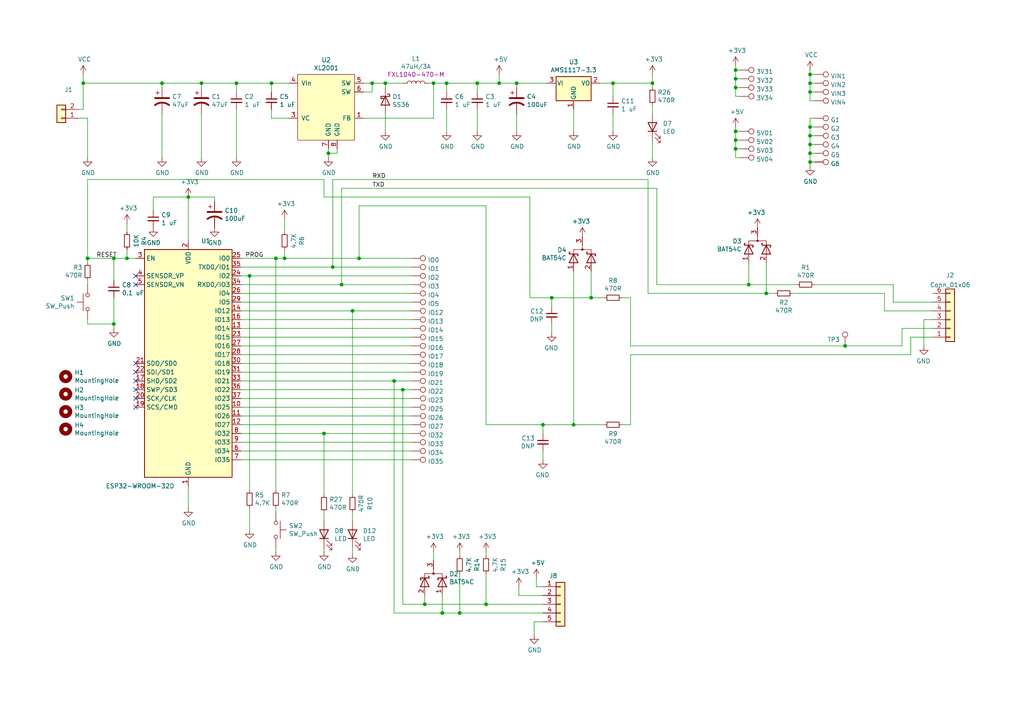
<source format=kicad_sch>
(kicad_sch (version 20211123) (generator eeschema)
  (paper "A4")
  (lib_symbols
    (symbol "Connector:TestPoint" (pin_numbers hide) (pin_names (offset 0.762) hide)
      (property "Reference" "TP" (at 0 6.858 0))
      (property "Value" "TestPoint" (at 0 5.08 0))
      (symbol "TestPoint_1_1"
        (pin passive line (at 0 0 90) (length 2.54) (name "1") (number "1"))
      )
    )
    (symbol "Connector_Generic:Conn_01x02" (pin_names (offset 1.016) hide)
      (property "Reference" "J" (at 0 2.54 0))
      (property "Value" "Conn_01x02" (at 0 -5.08 0))
      (symbol "Conn_01x02_1_1"
        (pin passive line (at -5.08 0 0) (length 3.81) (name "Pin_1") (number "1"))
        (pin passive line (at -5.08 -2.54 0) (length 3.81) (name "Pin_2") (number "2"))
      )
    )
    (symbol "Connector_Generic:Conn_01x05" (pin_names (offset 1.016) hide)
      (property "Reference" "J" (at 0 7.62 0))
      (property "Value" "Conn_01x05" (at 0 -7.62 0))
      (symbol "Conn_01x05_1_1"
        (pin passive line (at -5.08 5.08 0) (length 3.81) (name "Pin_1") (number "1"))
        (pin passive line (at -5.08 2.54 0) (length 3.81) (name "Pin_2") (number "2"))
        (pin passive line (at -5.08 0 0) (length 3.81) (name "Pin_3") (number "3"))
        (pin passive line (at -5.08 -2.54 0) (length 3.81) (name "Pin_4") (number "4"))
        (pin passive line (at -5.08 -5.08 0) (length 3.81) (name "Pin_5") (number "5"))
      )
    )
    (symbol "Connector_Generic:Conn_01x06" (pin_names (offset 1.016) hide)
      (property "Reference" "J" (at 0 7.62 0))
      (property "Value" "Conn_01x06" (at 0 -10.16 0))
      (symbol "Conn_01x06_1_1"
        (pin passive line (at -5.08 5.08 0) (length 3.81) (name "Pin_1") (number "1"))
        (pin passive line (at -5.08 2.54 0) (length 3.81) (name "Pin_2") (number "2"))
        (pin passive line (at -5.08 0 0) (length 3.81) (name "Pin_3") (number "3"))
        (pin passive line (at -5.08 -2.54 0) (length 3.81) (name "Pin_4") (number "4"))
        (pin passive line (at -5.08 -5.08 0) (length 3.81) (name "Pin_5") (number "5"))
        (pin passive line (at -5.08 -7.62 0) (length 3.81) (name "Pin_6") (number "6"))
      )
    )
    (symbol "Device:CP1" (pin_numbers hide) (pin_names (offset 0.254) hide)
      (property "Reference" "C" (at 0.635 2.54 0))
      (property "Value" "Device_CP1" (at 0.635 -2.54 0))
      (symbol "CP1_1_1"
        (pin passive line (at 0 3.81 270) (length 2.794) (name "~") (number "1"))
        (pin passive line (at 0 -3.81 90) (length 3.302) (name "~") (number "2"))
      )
    )
    (symbol "Device:C_Small" (pin_numbers hide) (pin_names (offset 0.254) hide)
      (property "Reference" "C" (at 0.254 1.778 0))
      (property "Value" "C_Small" (at 0.254 -2.032 0))
      (symbol "C_Small_1_1"
        (pin passive line (at 0 2.54 270) (length 2.032) (name "~") (number "1"))
        (pin passive line (at 0 -2.54 90) (length 2.032) (name "~") (number "2"))
      )
    )
    (symbol "Device:D_Schottky" (pin_numbers hide) (pin_names (offset 1.016) hide)
      (property "Reference" "D" (at 0 2.54 0))
      (property "Value" "D_Schottky" (at 0 -2.54 0))
      (symbol "D_Schottky_1_1"
        (pin passive line (at -3.81 0 0) (length 2.54) (name "K") (number "1"))
        (pin passive line (at 3.81 0 180) (length 2.54) (name "A") (number "2"))
      )
    )
    (symbol "Device:D_Schottky_x2_KCom_AAK_Parallel" (pin_names (offset 0.762) hide)
      (property "Reference" "D" (at 0 5.08 0))
      (property "Value" "Device_D_Schottky_x2_KCom_AAK_Parallel" (at 0 -5.08 0))
      (symbol "D_Schottky_x2_KCom_AAK_Parallel_0_1"
        (pin passive line (at -5.08 2.54 0) (length 2.54) (name "K") (number "1"))
        (pin passive line (at -5.08 -2.54 0) (length 2.54) (name "K") (number "2"))
        (pin passive line (at 5.08 0 180) (length 2.54) (name "A") (number "3"))
      )
    )
    (symbol "Device:L" (pin_numbers hide) (pin_names (offset 1.016) hide)
      (property "Reference" "L" (at -1.27 0 90))
      (property "Value" "L" (at 1.905 0 90))
      (symbol "L_1_1"
        (pin passive line (at 0 3.81 270) (length 1.27) (name "1") (number "1"))
        (pin passive line (at 0 -3.81 90) (length 1.27) (name "2") (number "2"))
      )
    )
    (symbol "Device:LED" (pin_numbers hide) (pin_names (offset 1.016) hide)
      (property "Reference" "D" (at 0 2.54 0))
      (property "Value" "LED" (at 0 -2.54 0))
      (symbol "LED_1_1"
        (pin passive line (at -3.81 0 0) (length 2.54) (name "K") (number "1"))
        (pin passive line (at 3.81 0 180) (length 2.54) (name "A") (number "2"))
      )
    )
    (symbol "Device:R_Small" (pin_numbers hide) (pin_names (offset 0.254) hide)
      (property "Reference" "R" (at 0.762 0.508 0))
      (property "Value" "R_Small" (at 0.762 -1.016 0))
      (symbol "R_Small_1_1"
        (pin passive line (at 0 2.54 270) (length 0.762) (name "~") (number "1"))
        (pin passive line (at 0 -2.54 90) (length 0.762) (name "~") (number "2"))
      )
    )
    (symbol "Mechanical:MountingHole" (pin_names (offset 1.016))
      (property "Reference" "H" (at 0 5.08 0))
      (property "Value" "MountingHole" (at 0 3.175 0))
    )
    (symbol "RF_Module:ESP32-WROOM-32D"
      (property "Reference" "U" (at -12.7 34.29 0))
      (property "Value" "RF_Module_ESP32-WROOM-32D" (at 1.27 34.29 0))
      (symbol "ESP32-WROOM-32D_1_1"
        (pin power_in line (at 0 -35.56 90) (length 2.54) (name "GND") (number "1"))
        (pin bidirectional line (at 15.24 -12.7 180) (length 2.54) (name "IO25") (number "10"))
        (pin bidirectional line (at 15.24 -15.24 180) (length 2.54) (name "IO26") (number "11"))
        (pin bidirectional line (at 15.24 -17.78 180) (length 2.54) (name "IO27") (number "12"))
        (pin bidirectional line (at 15.24 10.16 180) (length 2.54) (name "IO14") (number "13"))
        (pin bidirectional line (at 15.24 15.24 180) (length 2.54) (name "IO12") (number "14"))
        (pin passive line (at 0 -35.56 90) (length 2.54) hide (name "GND") (number "15"))
        (pin bidirectional line (at 15.24 12.7 180) (length 2.54) (name "IO13") (number "16"))
        (pin bidirectional line (at -15.24 -5.08 0) (length 2.54) (name "SHD/SD2") (number "17"))
        (pin bidirectional line (at -15.24 -7.62 0) (length 2.54) (name "SWP/SD3") (number "18"))
        (pin bidirectional line (at -15.24 -12.7 0) (length 2.54) (name "SCS/CMD") (number "19"))
        (pin power_in line (at 0 35.56 270) (length 2.54) (name "VDD") (number "2"))
        (pin bidirectional line (at -15.24 -10.16 0) (length 2.54) (name "SCK/CLK") (number "20"))
        (pin bidirectional line (at -15.24 0 0) (length 2.54) (name "SDO/SD0") (number "21"))
        (pin bidirectional line (at -15.24 -2.54 0) (length 2.54) (name "SDI/SD1") (number "22"))
        (pin bidirectional line (at 15.24 7.62 180) (length 2.54) (name "IO15") (number "23"))
        (pin bidirectional line (at 15.24 25.4 180) (length 2.54) (name "IO2") (number "24"))
        (pin bidirectional line (at 15.24 30.48 180) (length 2.54) (name "IO0") (number "25"))
        (pin bidirectional line (at 15.24 20.32 180) (length 2.54) (name "IO4") (number "26"))
        (pin bidirectional line (at 15.24 5.08 180) (length 2.54) (name "IO16") (number "27"))
        (pin bidirectional line (at 15.24 2.54 180) (length 2.54) (name "IO17") (number "28"))
        (pin bidirectional line (at 15.24 17.78 180) (length 2.54) (name "IO5") (number "29"))
        (pin input line (at -15.24 30.48 0) (length 2.54) (name "EN") (number "3"))
        (pin bidirectional line (at 15.24 0 180) (length 2.54) (name "IO18") (number "30"))
        (pin bidirectional line (at 15.24 -2.54 180) (length 2.54) (name "IO19") (number "31"))
        (pin no_connect line (at -12.7 -27.94 0) (length 2.54) hide (name "NC") (number "32"))
        (pin bidirectional line (at 15.24 -5.08 180) (length 2.54) (name "IO21") (number "33"))
        (pin bidirectional line (at 15.24 22.86 180) (length 2.54) (name "RXD0/IO3") (number "34"))
        (pin bidirectional line (at 15.24 27.94 180) (length 2.54) (name "TXD0/IO1") (number "35"))
        (pin bidirectional line (at 15.24 -7.62 180) (length 2.54) (name "IO22") (number "36"))
        (pin bidirectional line (at 15.24 -10.16 180) (length 2.54) (name "IO23") (number "37"))
        (pin passive line (at 0 -35.56 90) (length 2.54) hide (name "GND") (number "38"))
        (pin passive line (at 0 -35.56 90) (length 2.54) hide (name "GND") (number "39"))
        (pin input line (at -15.24 25.4 0) (length 2.54) (name "SENSOR_VP") (number "4"))
        (pin input line (at -15.24 22.86 0) (length 2.54) (name "SENSOR_VN") (number "5"))
        (pin input line (at 15.24 -25.4 180) (length 2.54) (name "IO34") (number "6"))
        (pin input line (at 15.24 -27.94 180) (length 2.54) (name "IO35") (number "7"))
        (pin bidirectional line (at 15.24 -20.32 180) (length 2.54) (name "IO32") (number "8"))
        (pin bidirectional line (at 15.24 -22.86 180) (length 2.54) (name "IO33") (number "9"))
      )
    )
    (symbol "Regulator_Linear:AMS1117-3.3" (pin_names (offset 0.254))
      (property "Reference" "U" (at -3.81 3.175 0))
      (property "Value" "Regulator_Linear_AMS1117-3.3" (at 0 3.175 0))
      (symbol "AMS1117-3.3_1_1"
        (pin power_in line (at 0 -7.62 90) (length 2.54) (name "GND") (number "1"))
        (pin power_out line (at 7.62 0 180) (length 2.54) (name "VO") (number "2"))
        (pin power_in line (at -7.62 0 0) (length 2.54) (name "VI") (number "3"))
      )
    )
    (symbol "Switch:SW_Push" (pin_numbers hide) (pin_names (offset 1.016) hide)
      (property "Reference" "SW" (at 1.27 2.54 0))
      (property "Value" "Switch_SW_Push" (at 0 -1.524 0))
      (symbol "SW_Push_0_1"
        (pin passive line (at -5.08 0 0) (length 2.54) (name "1") (number "1"))
        (pin passive line (at 5.08 0 180) (length 2.54) (name "2") (number "2"))
      )
    )
    (symbol "custom:XL2001" (pin_names (offset 1.016))
      (property "Reference" "U" (at -7.62 3.81 0))
      (property "Value" "XL2001" (at -1.27 -5.08 0))
      (symbol "XL2001_1_1"
        (pin input line (at 10.16 -10.16 180) (length 2.54) (name "FB") (number "1"))
        (pin input line (at -5.08 -19.05 90) (length 2.54) hide (name "NC") (number "2"))
        (pin passive line (at -11.43 -10.16 0) (length 2.54) (name "VC") (number "3"))
        (pin power_in line (at -11.43 0 0) (length 2.54) (name "VIn") (number "4"))
        (pin power_out line (at 10.16 0 180) (length 2.54) (name "SW") (number "5"))
        (pin power_out line (at 10.16 -2.54 180) (length 2.54) (name "SW") (number "6"))
        (pin power_in line (at 0 -19.05 90) (length 2.54) (name "GND") (number "7"))
        (pin power_in line (at 2.54 -19.05 90) (length 2.54) (name "GND") (number "8"))
      )
    )
    (symbol "power:+3V3" (power) (pin_names (offset 0))
      (property "Value" "+3V3" (at 0 3.556 0))
      (symbol "+3V3_1_1"
        (pin power_in line (at 0 0 90) (length 0) hide (name "+3V3") (number "1"))
      )
    )
    (symbol "power:+5V" (power) (pin_names (offset 0))
      (property "Value" "+5V" (at 0 3.556 0))
      (symbol "+5V_1_1"
        (pin power_in line (at 0 0 90) (length 0) hide (name "+5V") (number "1"))
      )
    )
    (symbol "power:GND" (power) (pin_names (offset 0))
      (property "Value" "GND" (at 0 -3.81 0))
      (symbol "GND_1_1"
        (pin power_in line (at 0 0 270) (length 0) hide (name "GND") (number "1"))
      )
    )
    (symbol "power:VCC" (power) (pin_names (offset 0))
      (property "Value" "VCC" (at 0 3.81 0))
      (symbol "VCC_1_1"
        (pin power_in line (at 0 0 90) (length 0) hide (name "VCC") (number "1"))
      )
    )
  )
  (junction (at 46.99 24.13))
  (junction (at 234.95 39.37))
  (junction (at 93.98 125.73))
  (junction (at 213.36 38.1))
  (junction (at 133.35 177.8))
  (junction (at 116.84 113.03))
  (junction (at 68.58 24.13))
  (junction (at 72.39 80.01))
  (junction (at 189.23 24.13))
  (junction (at 245.11 100.33))
  (junction (at 213.36 43.18))
  (junction (at 166.37 123.19))
  (junction (at 123.19 175.26))
  (junction (at 80.01 74.93))
  (junction (at 111.76 24.13))
  (junction (at 157.48 123.19))
  (junction (at 107.95 24.13))
  (junction (at 36.83 74.93))
  (junction (at 234.95 46.99))
  (junction (at 234.95 26.67))
  (junction (at 58.42 24.13))
  (junction (at 128.27 177.8))
  (junction (at 54.61 57.15))
  (junction (at 144.78 24.13))
  (junction (at 24.13 24.13))
  (junction (at 33.02 74.93))
  (junction (at 234.95 44.45))
  (junction (at 140.97 175.26))
  (junction (at 33.02 93.98))
  (junction (at 114.3 110.49))
  (junction (at 129.54 24.13))
  (junction (at 171.45 86.36))
  (junction (at 213.36 40.64))
  (junction (at 95.25 44.45))
  (junction (at 234.95 21.59))
  (junction (at 149.86 24.13))
  (junction (at 213.36 20.32))
  (junction (at 125.73 24.13))
  (junction (at 78.74 24.13))
  (junction (at 160.02 86.36))
  (junction (at 213.36 22.86))
  (junction (at 234.95 24.13))
  (junction (at 222.25 85.09))
  (junction (at 102.235 90.17))
  (junction (at 217.17 82.55))
  (junction (at 234.95 41.91))
  (junction (at 99.06 82.55))
  (junction (at 234.95 36.83))
  (junction (at 96.52 77.47))
  (junction (at 104.14 74.93))
  (junction (at 138.43 24.13))
  (junction (at 213.36 25.4))
  (junction (at 177.8 24.13))
  (junction (at 82.55 74.93))
  (junction (at 25.4 74.93))
  (no_connect (at 39.37 110.49))
  (no_connect (at 39.37 107.95))
  (no_connect (at 39.37 105.41))
  (no_connect (at 39.37 118.11))
  (no_connect (at 39.37 115.57))
  (no_connect (at 39.37 82.55))
  (no_connect (at 39.37 80.01))
  (no_connect (at 39.37 113.03))
  (wire (pts (xy 36.83 64.77) (xy 36.83 67.31)))
  (wire (pts (xy 107.95 24.13) (xy 111.76 24.13)))
  (wire (pts (xy 116.84 113.03) (xy 119.38 113.03)))
  (wire (pts (xy 25.4 52.07) (xy 25.4 74.93)))
  (wire (pts (xy 69.85 115.57) (xy 119.38 115.57)))
  (wire (pts (xy 177.8 33.02) (xy 177.8 38.1)))
  (wire (pts (xy 157.48 123.19) (xy 166.37 123.19)))
  (wire (pts (xy 33.02 74.93) (xy 33.02 81.28)))
  (wire (pts (xy 114.3 177.8) (xy 128.27 177.8)))
  (wire (pts (xy 138.43 31.75) (xy 138.43 38.1)))
  (wire (pts (xy 93.98 52.07) (xy 25.4 52.07)))
  (wire (pts (xy 69.85 100.33) (xy 119.38 100.33)))
  (wire (pts (xy 104.14 74.93) (xy 119.38 74.93)))
  (wire (pts (xy 234.95 20.32) (xy 234.95 21.59)))
  (wire (pts (xy 222.25 76.2) (xy 222.25 85.09)))
  (wire (pts (xy 69.85 133.35) (xy 119.38 133.35)))
  (wire (pts (xy 140.97 166.37) (xy 140.97 175.26)))
  (wire (pts (xy 214.63 27.94) (xy 213.36 27.94)))
  (wire (pts (xy 153.67 57.15) (xy 153.67 86.36)))
  (wire (pts (xy 189.23 21.59) (xy 189.23 24.13)))
  (wire (pts (xy 128.27 177.8) (xy 133.35 177.8)))
  (wire (pts (xy 189.23 25.4) (xy 189.23 24.13)))
  (wire (pts (xy 213.36 36.83) (xy 213.36 38.1)))
  (wire (pts (xy 171.45 78.74) (xy 171.45 86.36)))
  (wire (pts (xy 25.4 93.98) (xy 33.02 93.98)))
  (wire (pts (xy 69.85 77.47) (xy 96.52 77.47)))
  (wire (pts (xy 182.88 102.87) (xy 182.88 123.19)))
  (wire (pts (xy 78.74 26.67) (xy 78.74 24.13)))
  (wire (pts (xy 72.39 80.01) (xy 72.39 142.24)))
  (wire (pts (xy 140.97 160.02) (xy 140.97 161.29)))
  (wire (pts (xy 187.96 52.07) (xy 187.96 85.09)))
  (wire (pts (xy 213.36 38.1) (xy 213.36 40.64)))
  (wire (pts (xy 166.37 78.74) (xy 166.37 123.19)))
  (wire (pts (xy 267.97 92.71) (xy 267.97 100.33)))
  (wire (pts (xy 213.36 20.32) (xy 214.63 20.32)))
  (wire (pts (xy 69.85 74.93) (xy 80.01 74.93)))
  (wire (pts (xy 80.01 74.93) (xy 82.55 74.93)))
  (wire (pts (xy 58.42 25.4) (xy 58.42 24.13)))
  (wire (pts (xy 270.51 87.63) (xy 259.08 87.63)))
  (wire (pts (xy 213.36 38.1) (xy 214.63 38.1)))
  (wire (pts (xy 36.83 72.39) (xy 36.83 74.93)))
  (wire (pts (xy 69.85 123.19) (xy 119.38 123.19)))
  (wire (pts (xy 234.95 24.13) (xy 234.95 21.59)))
  (wire (pts (xy 69.85 85.09) (xy 119.38 85.09)))
  (wire (pts (xy 234.95 41.91) (xy 234.95 44.45)))
  (wire (pts (xy 234.95 21.59) (xy 236.22 21.59)))
  (wire (pts (xy 144.78 24.13) (xy 144.78 21.59)))
  (wire (pts (xy 58.42 24.13) (xy 68.58 24.13)))
  (wire (pts (xy 69.85 105.41) (xy 119.38 105.41)))
  (wire (pts (xy 22.86 31.75) (xy 24.13 31.75)))
  (wire (pts (xy 33.02 74.93) (xy 36.83 74.93)))
  (wire (pts (xy 99.06 82.55) (xy 119.38 82.55)))
  (wire (pts (xy 264.16 102.87) (xy 264.16 97.79)))
  (wire (pts (xy 54.61 147.32) (xy 54.61 140.97)))
  (wire (pts (xy 140.97 123.19) (xy 157.48 123.19)))
  (wire (pts (xy 69.85 110.49) (xy 114.3 110.49)))
  (wire (pts (xy 69.85 130.81) (xy 119.38 130.81)))
  (wire (pts (xy 116.84 175.26) (xy 116.84 113.03)))
  (wire (pts (xy 256.54 85.09) (xy 256.54 90.17)))
  (wire (pts (xy 125.73 160.02) (xy 125.73 162.56)))
  (wire (pts (xy 236.22 34.29) (xy 234.95 34.29)))
  (wire (pts (xy 69.85 128.27) (xy 119.38 128.27)))
  (wire (pts (xy 245.11 100.33) (xy 182.88 100.33)))
  (wire (pts (xy 105.41 34.29) (xy 125.73 34.29)))
  (wire (pts (xy 95.25 45.72) (xy 95.25 44.45)))
  (wire (pts (xy 234.95 46.99) (xy 236.22 46.99)))
  (wire (pts (xy 102.235 90.17) (xy 119.38 90.17)))
  (wire (pts (xy 69.85 90.17) (xy 102.235 90.17)))
  (wire (pts (xy 25.4 82.55) (xy 25.4 81.28)))
  (wire (pts (xy 104.14 59.69) (xy 140.97 59.69)))
  (wire (pts (xy 270.51 92.71) (xy 267.97 92.71)))
  (wire (pts (xy 175.26 86.36) (xy 171.45 86.36)))
  (wire (pts (xy 234.95 39.37) (xy 234.95 41.91)))
  (wire (pts (xy 261.62 95.25) (xy 261.62 100.33)))
  (wire (pts (xy 80.01 74.93) (xy 80.01 142.24)))
  (wire (pts (xy 182.88 86.36) (xy 180.34 86.36)))
  (wire (pts (xy 236.22 29.21) (xy 234.95 29.21)))
  (wire (pts (xy 125.73 24.13) (xy 129.54 24.13)))
  (wire (pts (xy 93.98 148.59) (xy 93.98 151.13)))
  (wire (pts (xy 54.61 57.15) (xy 44.45 57.15)))
  (wire (pts (xy 123.19 175.26) (xy 140.97 175.26)))
  (wire (pts (xy 234.95 34.29) (xy 234.95 36.83)))
  (wire (pts (xy 96.52 52.07) (xy 187.96 52.07)))
  (wire (pts (xy 62.23 57.15) (xy 54.61 57.15)))
  (wire (pts (xy 236.22 41.91) (xy 234.95 41.91)))
  (wire (pts (xy 80.01 160.02) (xy 80.01 158.75)))
  (wire (pts (xy 69.85 125.73) (xy 93.98 125.73)))
  (wire (pts (xy 24.13 24.13) (xy 46.99 24.13)))
  (wire (pts (xy 189.23 45.72) (xy 189.23 40.64)))
  (wire (pts (xy 96.52 52.07) (xy 96.52 77.47)))
  (wire (pts (xy 160.02 86.36) (xy 171.45 86.36)))
  (wire (pts (xy 150.495 172.72) (xy 157.48 172.72)))
  (wire (pts (xy 99.06 54.61) (xy 190.5 54.61)))
  (wire (pts (xy 213.36 19.05) (xy 213.36 20.32)))
  (wire (pts (xy 82.55 67.31) (xy 82.55 63.5)))
  (wire (pts (xy 133.35 160.02) (xy 133.35 161.29)))
  (wire (pts (xy 25.4 74.93) (xy 33.02 74.93)))
  (wire (pts (xy 155.575 167.64) (xy 155.575 170.18)))
  (wire (pts (xy 25.4 76.2) (xy 25.4 74.93)))
  (wire (pts (xy 72.39 153.67) (xy 72.39 147.32)))
  (wire (pts (xy 111.76 24.13) (xy 116.84 24.13)))
  (wire (pts (xy 149.86 33.02) (xy 149.86 38.1)))
  (wire (pts (xy 93.98 57.15) (xy 153.67 57.15)))
  (wire (pts (xy 153.67 86.36) (xy 160.02 86.36)))
  (wire (pts (xy 99.06 54.61) (xy 99.06 82.55)))
  (wire (pts (xy 236.22 82.55) (xy 259.08 82.55)))
  (wire (pts (xy 157.48 125.73) (xy 157.48 123.19)))
  (wire (pts (xy 123.19 172.72) (xy 123.19 175.26)))
  (wire (pts (xy 96.52 77.47) (xy 119.38 77.47)))
  (wire (pts (xy 114.3 177.8) (xy 114.3 110.49)))
  (wire (pts (xy 236.22 36.83) (xy 234.95 36.83)))
  (wire (pts (xy 236.22 26.67) (xy 234.95 26.67)))
  (wire (pts (xy 144.78 24.13) (xy 149.86 24.13)))
  (wire (pts (xy 234.95 36.83) (xy 234.95 39.37)))
  (wire (pts (xy 33.02 86.36) (xy 33.02 93.98)))
  (wire (pts (xy 133.35 177.8) (xy 157.48 177.8)))
  (wire (pts (xy 72.39 80.01) (xy 69.85 80.01)))
  (wire (pts (xy 234.95 26.67) (xy 234.95 24.13)))
  (wire (pts (xy 234.95 48.26) (xy 234.95 46.99)))
  (wire (pts (xy 234.95 44.45) (xy 234.95 46.99)))
  (wire (pts (xy 217.17 82.55) (xy 217.17 76.2)))
  (wire (pts (xy 224.79 85.09) (xy 222.25 85.09)))
  (wire (pts (xy 129.54 24.13) (xy 129.54 26.67)))
  (wire (pts (xy 111.76 25.4) (xy 111.76 24.13)))
  (wire (pts (xy 97.79 44.45) (xy 97.79 43.18)))
  (wire (pts (xy 58.42 33.02) (xy 58.42 45.72)))
  (wire (pts (xy 125.73 34.29) (xy 125.73 24.13)))
  (wire (pts (xy 46.99 24.13) (xy 58.42 24.13)))
  (wire (pts (xy 160.02 88.9) (xy 160.02 86.36)))
  (wire (pts (xy 62.23 58.42) (xy 62.23 57.15)))
  (wire (pts (xy 80.01 147.32) (xy 80.01 148.59)))
  (wire (pts (xy 114.3 110.49) (xy 119.38 110.49)))
  (wire (pts (xy 69.85 95.25) (xy 119.38 95.25)))
  (wire (pts (xy 25.4 92.71) (xy 25.4 93.98)))
  (wire (pts (xy 22.86 34.29) (xy 25.4 34.29)))
  (wire (pts (xy 182.88 102.87) (xy 264.16 102.87)))
  (wire (pts (xy 231.14 82.55) (xy 217.17 82.55)))
  (wire (pts (xy 69.85 102.87) (xy 119.38 102.87)))
  (wire (pts (xy 213.36 45.72) (xy 213.36 43.18)))
  (wire (pts (xy 44.45 57.15) (xy 44.45 60.96)))
  (wire (pts (xy 236.22 39.37) (xy 234.95 39.37)))
  (wire (pts (xy 158.75 24.13) (xy 149.86 24.13)))
  (wire (pts (xy 213.36 43.18) (xy 213.36 40.64)))
  (wire (pts (xy 259.08 82.55) (xy 259.08 87.63)))
  (wire (pts (xy 24.13 31.75) (xy 24.13 24.13)))
  (wire (pts (xy 213.36 27.94) (xy 213.36 25.4)))
  (wire (pts (xy 213.36 25.4) (xy 213.36 22.86)))
  (wire (pts (xy 69.85 82.55) (xy 99.06 82.55)))
  (wire (pts (xy 72.39 80.01) (xy 119.38 80.01)))
  (wire (pts (xy 33.02 93.98) (xy 33.02 95.25)))
  (wire (pts (xy 236.22 24.13) (xy 234.95 24.13)))
  (wire (pts (xy 264.16 97.79) (xy 270.51 97.79)))
  (wire (pts (xy 69.85 87.63) (xy 119.38 87.63)))
  (wire (pts (xy 105.41 24.13) (xy 107.95 24.13)))
  (wire (pts (xy 229.87 85.09) (xy 256.54 85.09)))
  (wire (pts (xy 214.63 22.86) (xy 213.36 22.86)))
  (wire (pts (xy 69.85 97.79) (xy 119.38 97.79)))
  (wire (pts (xy 182.88 86.36) (xy 182.88 100.33)))
  (wire (pts (xy 214.63 43.18) (xy 213.36 43.18)))
  (wire (pts (xy 140.97 175.26) (xy 157.48 175.26)))
  (wire (pts (xy 270.51 95.25) (xy 261.62 95.25)))
  (wire (pts (xy 187.96 85.09) (xy 222.25 85.09)))
  (wire (pts (xy 105.41 26.67) (xy 107.95 26.67)))
  (wire (pts (xy 69.85 92.71) (xy 119.38 92.71)))
  (wire (pts (xy 270.51 90.17) (xy 256.54 90.17)))
  (wire (pts (xy 129.54 24.13) (xy 138.43 24.13)))
  (wire (pts (xy 133.35 166.37) (xy 133.35 177.8)))
  (wire (pts (xy 214.63 40.64) (xy 213.36 40.64)))
  (wire (pts (xy 78.74 24.13) (xy 83.82 24.13)))
  (wire (pts (xy 261.62 100.33) (xy 245.11 100.33)))
  (wire (pts (xy 140.97 59.69) (xy 140.97 123.19)))
  (wire (pts (xy 46.99 33.02) (xy 46.99 45.72)))
  (wire (pts (xy 69.85 107.95) (xy 119.38 107.95)))
  (wire (pts (xy 24.13 24.13) (xy 24.13 21.59)))
  (wire (pts (xy 107.95 26.67) (xy 107.95 24.13)))
  (wire (pts (xy 25.4 34.29) (xy 25.4 45.72)))
  (wire (pts (xy 128.27 172.72) (xy 128.27 177.8)))
  (wire (pts (xy 214.63 25.4) (xy 213.36 25.4)))
  (wire (pts (xy 82.55 74.93) (xy 82.55 72.39)))
  (wire (pts (xy 166.37 31.75) (xy 166.37 38.1)))
  (wire (pts (xy 154.94 180.34) (xy 157.48 180.34)))
  (wire (pts (xy 78.74 34.29) (xy 83.82 34.29)))
  (wire (pts (xy 150.495 170.18) (xy 150.495 172.72)))
  (wire (pts (xy 157.48 133.35) (xy 157.48 130.81)))
  (wire (pts (xy 93.98 125.73) (xy 119.38 125.73)))
  (wire (pts (xy 154.94 184.15) (xy 154.94 180.34)))
  (wire (pts (xy 69.85 113.03) (xy 116.84 113.03)))
  (wire (pts (xy 102.235 160.655) (xy 102.235 158.75)))
  (wire (pts (xy 138.43 24.13) (xy 138.43 26.67)))
  (wire (pts (xy 160.02 96.52) (xy 160.02 93.98)))
  (wire (pts (xy 116.84 175.26) (xy 123.19 175.26)))
  (wire (pts (xy 104.14 74.93) (xy 104.14 59.69)))
  (wire (pts (xy 129.54 31.75) (xy 129.54 38.1)))
  (wire (pts (xy 69.85 120.65) (xy 119.38 120.65)))
  (wire (pts (xy 36.83 74.93) (xy 39.37 74.93)))
  (wire (pts (xy 177.8 24.13) (xy 173.99 24.13)))
  (wire (pts (xy 149.86 24.13) (xy 149.86 25.4)))
  (wire (pts (xy 102.235 143.51) (xy 102.235 90.17)))
  (wire (pts (xy 189.23 24.13) (xy 177.8 24.13)))
  (wire (pts (xy 214.63 45.72) (xy 213.36 45.72)))
  (wire (pts (xy 155.575 170.18) (xy 157.48 170.18)))
  (wire (pts (xy 190.5 82.55) (xy 217.17 82.55)))
  (wire (pts (xy 182.88 123.19) (xy 180.34 123.19)))
  (wire (pts (xy 102.235 148.59) (xy 102.235 151.13)))
  (wire (pts (xy 93.98 160.02) (xy 93.98 158.75)))
  (wire (pts (xy 125.73 24.13) (xy 124.46 24.13)))
  (wire (pts (xy 111.76 38.1) (xy 111.76 33.02)))
  (wire (pts (xy 138.43 24.13) (xy 144.78 24.13)))
  (wire (pts (xy 69.85 118.11) (xy 119.38 118.11)))
  (wire (pts (xy 68.58 24.13) (xy 78.74 24.13)))
  (wire (pts (xy 213.36 22.86) (xy 213.36 20.32)))
  (wire (pts (xy 93.98 57.15) (xy 93.98 52.07)))
  (wire (pts (xy 189.23 30.48) (xy 189.23 33.02)))
  (wire (pts (xy 236.22 44.45) (xy 234.95 44.45)))
  (wire (pts (xy 177.8 27.94) (xy 177.8 24.13)))
  (wire (pts (xy 68.58 31.75) (xy 68.58 45.72)))
  (wire (pts (xy 54.61 57.15) (xy 54.61 69.85)))
  (wire (pts (xy 234.95 29.21) (xy 234.95 26.67)))
  (wire (pts (xy 190.5 54.61) (xy 190.5 82.55)))
  (wire (pts (xy 93.98 125.73) (xy 93.98 143.51)))
  (wire (pts (xy 46.99 25.4) (xy 46.99 24.13)))
  (wire (pts (xy 82.55 74.93) (xy 104.14 74.93)))
  (wire (pts (xy 68.58 26.67) (xy 68.58 24.13)))
  (wire (pts (xy 95.25 44.45) (xy 97.79 44.45)))
  (wire (pts (xy 78.74 31.75) (xy 78.74 34.29)))
  (wire (pts (xy 175.26 123.19) (xy 166.37 123.19)))
  (wire (pts (xy 95.25 44.45) (xy 95.25 43.18)))
  (label "RESET" (at 27.94 74.93 0))
  (label "RXD" (at 107.95 52.07 0))
  (label "TXD" (at 107.95 54.61 0))
  (label "PROG" (at 71.12 74.93 0))
  (symbol (lib_id "power:GND") (at 54.61 147.32 0) (unit 1)
    (property "Reference" "#PWR03" (effects hide))
    (property "Value" "GND" (at 54.737 151.7142 0))
  )
  (symbol (lib_id "Switch:SW_Push") (at 25.4 87.63 90) (mirror x) (unit 1)
    (property "Reference" "SW1" (at 21.6408 86.4616 90) (effects (justify left)))
    (property "Value" "SW_Push" (at 21.6408 88.773 90) (effects (justify left)))
    (property "Footprint" "Button_Switch_SMD:SW_SPST_CK_RS282G05A3" (effects hide))
  )
  (symbol (lib_id "Connector_Generic:Conn_01x02") (at 17.78 34.29 180) (unit 1)
    (property "Reference" "J1" (at 19.8628 26.035 0))
    (property "Value" "Conn_01x02" (effects hide))
    (property "Footprint" "Connector_JST:JST_XH_B2B-XH-AM_1x02_P2.50mm_Vertical" (effects hide))
  )
  (symbol (lib_id "power:+5V") (at 144.78 21.59 0) (unit 1)
    (property "Reference" "#PWR013" (effects hide))
    (property "Value" "+5V" (at 145.161 17.1958 0))
  )
  (symbol (lib_id "power:VCC") (at 24.13 21.59 0) (unit 1)
    (property "Reference" "#PWR08" (effects hide))
    (property "Value" "VCC" (at 24.511 17.1958 0))
  )
  (symbol (lib_id "Device:C_Small") (at 138.43 29.21 0) (unit 1)
    (property "Reference" "C3" (at 140.7668 28.0416 0) (effects (justify left)))
    (property "Value" "1 uF" (at 140.7668 30.353 0) (effects (justify left)))
    (property "Footprint" "Capacitor_SMD:C_0603_1608Metric" (effects hide))
  )
  (symbol (lib_id "Device:C_Small") (at 68.58 29.21 0) (unit 1)
    (property "Reference" "C2" (at 70.9168 28.0416 0) (effects (justify left)))
    (property "Value" "1 uF" (at 70.9168 30.353 0) (effects (justify left)))
    (property "Footprint" "Capacitor_SMD:C_1206_3216Metric" (effects hide))
  )
  (symbol (lib_id "power:GND") (at 138.43 38.1 0) (unit 1)
    (property "Reference" "#PWR012" (effects hide))
    (property "Value" "GND" (at 138.557 42.4942 0))
  )
  (symbol (lib_id "power:GND") (at 68.58 45.72 0) (unit 1)
    (property "Reference" "#PWR010" (effects hide))
    (property "Value" "GND" (at 68.707 50.1142 0))
  )
  (symbol (lib_id "Device:CP1") (at 58.42 29.21 0) (unit 1)
    (property "Reference" "C1" (at 61.341 28.0416 0) (effects (justify left)))
    (property "Value" "47uF" (at 61.341 30.353 0) (effects (justify left)))
    (property "Footprint" "Capacitor_THT:CP_Radial_D6.3mm_P2.50mm" (effects hide))
  )
  (symbol (lib_id "Device:CP1") (at 149.86 29.21 0) (unit 1)
    (property "Reference" "C4" (at 152.781 28.0416 0) (effects (justify left)))
    (property "Value" "100uF" (at 152.781 30.353 0) (effects (justify left)))
    (property "Footprint" "Capacitor_Tantalum_SMD:CP_EIA-7343-20_Kemet-V" (effects hide))
  )
  (symbol (lib_id "power:GND") (at 58.42 45.72 0) (unit 1)
    (property "Reference" "#PWR09" (effects hide))
    (property "Value" "GND" (at 58.547 50.1142 0))
  )
  (symbol (lib_id "power:GND") (at 149.86 38.1 0) (unit 1)
    (property "Reference" "#PWR014" (effects hide))
    (property "Value" "GND" (at 149.987 42.4942 0))
  )
  (symbol (lib_id "RF_Module:ESP32-WROOM-32D") (at 54.61 105.41 0) (unit 1)
    (property "Reference" "U1" (at 59.69 69.85 0))
    (property "Value" "ESP32-WROOM-32D" (at 40.64 140.97 0))
    (property "Footprint" "RF_Module:ESP32-WROOM-32" (effects hide))
    (property "Datasheet" "https://www.espressif.com/sites/default/files/documentation/esp32-wroom-32d_esp32-wroom-32u_datasheet_en.pdf" (effects hide))
  )
  (symbol (lib_id "Device:C_Small") (at 33.02 83.82 0) (unit 1)
    (property "Reference" "C8" (at 35.3568 82.6516 0) (effects (justify left)))
    (property "Value" "0.1 uF" (at 35.3568 84.963 0) (effects (justify left)))
    (property "Footprint" "Capacitor_SMD:C_0603_1608Metric" (effects hide))
  )
  (symbol (lib_id "custom:XL2001") (at 95.25 24.13 0) (unit 1)
    (property "Reference" "U2" (at 94.615 17.399 0))
    (property "Value" "XL2001" (at 94.615 19.7104 0))
    (property "Footprint" "Package_SO:SOIC-8_3.9x4.9mm_P1.27mm" (effects hide))
  )
  (symbol (lib_id "Device:R_Small") (at 82.55 69.85 180) (unit 1)
    (property "Reference" "R6" (at 87.5284 69.85 90))
    (property "Value" "4.7K" (at 85.217 69.85 90))
    (property "Footprint" "Resistor_SMD:R_0603_1608Metric" (effects hide))
  )
  (symbol (lib_id "power:+3V3") (at 82.55 63.5 0) (unit 1)
    (property "Reference" "#PWR022" (effects hide))
    (property "Value" "+3V3" (at 82.931 59.1058 0))
  )
  (symbol (lib_id "power:GND") (at 33.02 95.25 0) (unit 1)
    (property "Reference" "#PWR04" (effects hide))
    (property "Value" "GND" (at 33.147 99.6442 0))
  )
  (symbol (lib_id "Device:R_Small") (at 25.4 78.74 180) (unit 1)
    (property "Reference" "R3" (at 23.9268 77.5716 0) (effects (justify left)))
    (property "Value" "470R" (at 23.9268 79.883 0) (effects (justify left)))
    (property "Footprint" "Resistor_SMD:R_0603_1608Metric" (effects hide))
  )
  (symbol (lib_id "Device:R_Small") (at 36.83 69.85 180) (unit 1)
    (property "Reference" "R4" (at 41.8084 69.85 90))
    (property "Value" "10K" (at 39.497 69.85 90))
    (property "Footprint" "Resistor_SMD:R_0603_1608Metric" (effects hide))
  )
  (symbol (lib_id "Device:R_Small") (at 72.39 144.78 180) (unit 1)
    (property "Reference" "R5" (at 73.8886 143.6116 0) (effects (justify right)))
    (property "Value" "4.7K" (at 73.8886 145.923 0) (effects (justify right)))
    (property "Footprint" "Resistor_SMD:R_0603_1608Metric" (effects hide))
  )
  (symbol (lib_id "power:GND") (at 72.39 153.67 0) (unit 1)
    (property "Reference" "#PWR021" (effects hide))
    (property "Value" "GND" (at 72.517 158.0642 0))
  )
  (symbol (lib_id "Device:C_Small") (at 78.74 29.21 0) (unit 1)
    (property "Reference" "C5" (at 81.0768 28.0416 0) (effects (justify left)))
    (property "Value" "1 uF" (at 81.0768 30.353 0) (effects (justify left)))
    (property "Footprint" "Capacitor_SMD:C_0603_1608Metric" (effects hide))
  )
  (symbol (lib_id "power:+3V3") (at 54.61 57.15 0) (unit 1)
    (property "Reference" "#PWR019" (effects hide))
    (property "Value" "+3V3" (at 54.991 52.7558 0))
  )
  (symbol (lib_id "power:+3V3") (at 36.83 64.77 0) (unit 1)
    (property "Reference" "#PWR05" (effects hide))
    (property "Value" "+3V3" (at 37.211 60.3758 0))
  )
  (symbol (lib_id "power:GND") (at 95.25 45.72 0) (unit 1)
    (property "Reference" "#PWR02" (effects hide))
    (property "Value" "GND" (at 95.377 50.1142 0))
  )
  (symbol (lib_id "power:GND") (at 25.4 45.72 0) (unit 1)
    (property "Reference" "#PWR01" (effects hide))
    (property "Value" "GND" (at 25.527 50.1142 0))
  )
  (symbol (lib_id "Switch:SW_Push") (at 80.01 153.67 270) (unit 1)
    (property "Reference" "SW2" (at 83.7692 152.5016 90) (effects (justify left)))
    (property "Value" "SW_Push" (at 83.7692 154.813 90) (effects (justify left)))
    (property "Footprint" "Button_Switch_SMD:SW_SPST_CK_RS282G05A3" (effects hide))
  )
  (symbol (lib_id "Device:D_Schottky") (at 111.76 29.21 270) (unit 1)
    (property "Reference" "D1" (at 113.792 28.0416 90) (effects (justify left)))
    (property "Value" "SS36" (at 113.792 30.353 90) (effects (justify left)))
    (property "Footprint" "Diode_SMD:D_SMA" (effects hide))
  )
  (symbol (lib_id "power:GND") (at 80.01 160.02 0) (unit 1)
    (property "Reference" "#PWR023" (effects hide))
    (property "Value" "GND" (at 80.137 164.4142 0))
  )
  (symbol (lib_id "power:GND") (at 111.76 38.1 0) (unit 1)
    (property "Reference" "#PWR011" (effects hide))
    (property "Value" "GND" (at 111.887 42.4942 0))
  )
  (symbol (lib_id "Device:L") (at 120.65 24.13 90) (unit 1)
    (property "Reference" "L1" (at 120.65 16.9926 90))
    (property "Value" "47uH/3A" (at 120.65 19.304 90))
    (property "Footprint" "Inductor_SMD:L_Wuerth_HCI-1040" (effects hide))
    (property "PN" "FXL1040-470-M" (at 120.65 21.6154 90))
  )
  (symbol (lib_id "Device:R_Small") (at 80.01 144.78 180) (unit 1)
    (property "Reference" "R7" (at 81.5086 143.6116 0) (effects (justify right)))
    (property "Value" "470R" (at 81.5086 145.923 0) (effects (justify right)))
    (property "Footprint" "Resistor_SMD:R_0603_1608Metric" (effects hide))
  )
  (symbol (lib_id "Device:C_Small") (at 44.45 63.5 0) (unit 1)
    (property "Reference" "C9" (at 46.7868 62.3316 0) (effects (justify left)))
    (property "Value" "1 uF" (at 46.7868 64.643 0) (effects (justify left)))
    (property "Footprint" "Capacitor_SMD:C_0603_1608Metric" (effects hide))
  )
  (symbol (lib_id "Device:CP1") (at 62.23 62.23 0) (unit 1)
    (property "Reference" "C10" (at 65.151 61.0616 0) (effects (justify left)))
    (property "Value" "100uF" (at 65.151 63.373 0) (effects (justify left)))
    (property "Footprint" "Capacitor_Tantalum_SMD:CP_EIA-7343-20_Kemet-V" (effects hide))
  )
  (symbol (lib_id "power:GND") (at 62.23 66.04 0) (unit 1)
    (property "Reference" "#PWR020" (effects hide))
    (property "Value" "GND" (at 62.357 70.4342 0))
  )
  (symbol (lib_id "Regulator_Linear:AMS1117-3.3") (at 166.37 24.13 0) (unit 1)
    (property "Reference" "U3" (at 166.37 17.9832 0))
    (property "Value" "AMS1117-3.3" (at 166.37 20.2946 0))
    (property "Footprint" "Package_TO_SOT_SMD:SOT-223-3_TabPin2" (effects hide))
    (property "Datasheet" "http://www.advanced-monolithic.com/pdf/ds1117.pdf" (effects hide))
  )
  (symbol (lib_id "Device:C_Small") (at 129.54 29.21 0) (unit 1)
    (property "Reference" "C6" (at 131.8768 28.0416 0) (effects (justify left)))
    (property "Value" "1 uF" (at 131.8768 30.353 0) (effects (justify left)))
    (property "Footprint" "Capacitor_SMD:C_0603_1608Metric" (effects hide))
  )
  (symbol (lib_id "power:GND") (at 129.54 38.1 0) (unit 1)
    (property "Reference" "#PWR015" (effects hide))
    (property "Value" "GND" (at 129.667 42.4942 0))
  )
  (symbol (lib_id "power:GND") (at 44.45 66.04 0) (unit 1)
    (property "Reference" "#PWR018" (effects hide))
    (property "Value" "GND" (at 44.577 70.4342 0))
  )
  (symbol (lib_id "Device:C_Small") (at 177.8 30.48 0) (unit 1)
    (property "Reference" "C11" (at 180.1368 29.3116 0) (effects (justify left)))
    (property "Value" "1 uF" (at 180.1368 31.623 0) (effects (justify left)))
    (property "Footprint" "Capacitor_SMD:C_0603_1608Metric" (effects hide))
  )
  (symbol (lib_id "power:GND") (at 177.8 38.1 0) (unit 1)
    (property "Reference" "#PWR026" (effects hide))
    (property "Value" "GND" (at 177.927 42.4942 0))
  )
  (symbol (lib_id "power:GND") (at 166.37 38.1 0) (unit 1)
    (property "Reference" "#PWR024" (effects hide))
    (property "Value" "GND" (at 166.497 42.4942 0))
  )
  (symbol (lib_id "power:+3V3") (at 189.23 21.59 0) (unit 1)
    (property "Reference" "#PWR025" (effects hide))
    (property "Value" "+3V3" (at 189.611 17.1958 0))
  )
  (symbol (lib_id "Device:CP1") (at 46.99 29.21 0) (unit 1)
    (property "Reference" "C7" (at 49.911 28.0416 0) (effects (justify left)))
    (property "Value" "47uF" (at 49.911 30.353 0) (effects (justify left)))
    (property "Footprint" "Capacitor_Tantalum_SMD:CP_EIA-7343-20_Kemet-V" (effects hide))
  )
  (symbol (lib_id "power:GND") (at 46.99 45.72 0) (unit 1)
    (property "Reference" "#PWR017" (effects hide))
    (property "Value" "GND" (at 47.117 50.1142 0))
  )
  (symbol (lib_id "Mechanical:MountingHole") (at 19.05 109.22 0) (unit 1)
    (property "Reference" "H1" (at 21.59 108.0516 0) (effects (justify left)))
    (property "Value" "MountingHole" (at 21.59 110.363 0) (effects (justify left)))
    (property "Footprint" "MountingHole:MountingHole_2.5mm_Pad_Via" (effects hide))
  )
  (symbol (lib_id "Mechanical:MountingHole") (at 19.05 114.3 0) (unit 1)
    (property "Reference" "H2" (at 21.59 113.1316 0) (effects (justify left)))
    (property "Value" "MountingHole" (at 21.59 115.443 0) (effects (justify left)))
    (property "Footprint" "MountingHole:MountingHole_2.5mm_Pad_Via" (effects hide))
  )
  (symbol (lib_id "Mechanical:MountingHole") (at 19.05 119.38 0) (unit 1)
    (property "Reference" "H3" (at 21.59 118.2116 0) (effects (justify left)))
    (property "Value" "MountingHole" (at 21.59 120.523 0) (effects (justify left)))
    (property "Footprint" "MountingHole:MountingHole_2.5mm_Pad_Via" (effects hide))
  )
  (symbol (lib_id "Mechanical:MountingHole") (at 19.05 124.46 0) (unit 1)
    (property "Reference" "H4" (at 21.59 123.2916 0) (effects (justify left)))
    (property "Value" "MountingHole" (at 21.59 125.603 0) (effects (justify left)))
    (property "Footprint" "MountingHole:MountingHole_2.5mm_Pad_Via" (effects hide))
  )
  (symbol (lib_id "power:+5V") (at 155.575 167.64 0) (unit 1)
    (property "Reference" "#PWR0102" (effects hide))
    (property "Value" "+5V" (at 155.956 163.2458 0))
  )
  (symbol (lib_id "Device:R_Small") (at 133.35 163.83 180) (unit 1)
    (property "Reference" "R14" (at 138.3284 163.83 90))
    (property "Value" "4.7K" (at 136.017 163.83 90))
    (property "Footprint" "Resistor_SMD:R_0603_1608Metric" (effects hide))
  )
  (symbol (lib_id "Device:R_Small") (at 140.97 163.83 180) (unit 1)
    (property "Reference" "R15" (at 145.9484 163.83 90))
    (property "Value" "4.7K" (at 143.637 163.83 90))
    (property "Footprint" "Resistor_SMD:R_0603_1608Metric" (effects hide))
  )
  (symbol (lib_id "power:+3V3") (at 133.35 160.02 0) (unit 1)
    (property "Reference" "#PWR030" (effects hide))
    (property "Value" "+3V3" (at 133.731 155.6258 0))
  )
  (symbol (lib_id "power:+3V3") (at 140.97 160.02 0) (unit 1)
    (property "Reference" "#PWR031" (effects hide))
    (property "Value" "+3V3" (at 141.351 155.6258 0))
  )
  (symbol (lib_id "Device:R_Small") (at 102.235 146.05 180) (unit 1)
    (property "Reference" "R10" (at 107.315 146.05 90))
    (property "Value" "470R" (at 104.775 146.05 90))
    (property "Footprint" "Resistor_SMD:R_0603_1608Metric" (effects hide))
  )
  (symbol (lib_id "Device:LED") (at 102.235 154.94 90) (unit 1)
    (property "Reference" "D12" (at 105.2322 153.9494 90) (effects (justify right)))
    (property "Value" "LED" (at 105.2322 156.2608 90) (effects (justify right)))
    (property "Footprint" "custom:CHIPLED_0603" (effects hide))
  )
  (symbol (lib_id "power:GND") (at 102.235 160.655 0) (unit 1)
    (property "Reference" "#PWR043" (effects hide))
    (property "Value" "GND" (at 102.362 165.0492 0))
  )
  (symbol (lib_id "Device:R_Small") (at 189.23 27.94 180) (unit 1)
    (property "Reference" "R26" (at 190.7286 26.7716 0) (effects (justify right)))
    (property "Value" "470R" (at 190.7286 29.083 0) (effects (justify right)))
    (property "Footprint" "Resistor_SMD:R_0603_1608Metric" (effects hide))
  )
  (symbol (lib_id "Device:LED") (at 189.23 36.83 90) (unit 1)
    (property "Reference" "D7" (at 192.2272 35.8394 90) (effects (justify right)))
    (property "Value" "LED" (at 192.2272 38.1508 90) (effects (justify right)))
    (property "Footprint" "custom:CHIPLED_0603" (effects hide))
  )
  (symbol (lib_id "power:GND") (at 189.23 45.72 0) (unit 1)
    (property "Reference" "#PWR050" (effects hide))
    (property "Value" "GND" (at 189.357 50.1142 0))
  )
  (symbol (lib_id "Device:R_Small") (at 93.98 146.05 180) (unit 1)
    (property "Reference" "R27" (at 95.4786 144.8816 0) (effects (justify right)))
    (property "Value" "470R" (at 95.4786 147.193 0) (effects (justify right)))
    (property "Footprint" "Resistor_SMD:R_0603_1608Metric" (effects hide))
  )
  (symbol (lib_id "Device:LED") (at 93.98 154.94 90) (unit 1)
    (property "Reference" "D8" (at 96.9772 153.9494 90) (effects (justify right)))
    (property "Value" "LED" (at 96.9772 156.2608 90) (effects (justify right)))
    (property "Footprint" "custom:CHIPLED_0603" (effects hide))
  )
  (symbol (lib_id "power:GND") (at 93.98 160.02 0) (unit 1)
    (property "Reference" "#PWR051" (effects hide))
    (property "Value" "GND" (at 94.107 164.4142 0))
  )
  (symbol (lib_id "Connector_Generic:Conn_01x05") (at 162.56 175.26 0) (unit 1)
    (property "Reference" "J8" (at 160.4772 167.005 0))
    (property "Value" "Conn_01x05" (effects hide))
    (property "Footprint" "Connector_JST:JST_XH_B5B-XH-AM_1x05_P2.50mm_Vertical" (effects hide))
  )
  (symbol (lib_id "power:+3V3") (at 150.495 170.18 0) (unit 1)
    (property "Reference" "#PWR059" (effects hide))
    (property "Value" "+3V3" (at 150.876 165.7858 0))
  )
  (symbol (lib_id "power:GND") (at 154.94 184.15 0) (unit 1)
    (property "Reference" "#PWR060" (effects hide))
    (property "Value" "GND" (at 155.067 188.5442 0))
  )
  (symbol (lib_id "Connector:TestPoint") (at 236.22 26.67 270) (unit 1)
    (property "Reference" "VIN3" (at 240.919 27.149 90) (effects (justify left)))
    (property "Value" "TestPoint" (effects hide))
    (property "Footprint" "Connector_Pin:Pin_D1.0mm_L10.0mm" (effects hide))
  )
  (symbol (lib_id "Device:C_Small") (at 157.48 128.27 0) (mirror y) (unit 1)
    (property "Reference" "C13" (at 155.1432 127.1016 0) (effects (justify left)))
    (property "Value" "DNP" (at 155.1432 129.413 0) (effects (justify left)))
    (property "Footprint" "Capacitor_SMD:C_0603_1608Metric" (effects hide))
  )
  (symbol (lib_id "power:GND") (at 160.02 96.52 0) (mirror y) (unit 1)
    (property "Reference" "#PWR027" (effects hide))
    (property "Value" "GND" (at 159.893 100.9142 0))
  )
  (symbol (lib_id "Connector:TestPoint") (at 119.38 74.93 270) (unit 1)
    (property "Reference" "IO0" (at 124.079 75.409 90) (effects (justify left)))
    (property "Value" "TestPoint" (effects hide))
    (property "Footprint" "Connector_Pin:Pin_D1.0mm_L10.0mm" (effects hide))
  )
  (symbol (lib_id "Connector:TestPoint") (at 236.22 24.13 270) (unit 1)
    (property "Reference" "VIN2" (at 240.919 24.609 90) (effects (justify left)))
    (property "Value" "TestPoint" (effects hide))
    (property "Footprint" "Connector_Pin:Pin_D1.0mm_L10.0mm" (effects hide))
  )
  (symbol (lib_id "Connector:TestPoint") (at 236.22 29.21 270) (unit 1)
    (property "Reference" "VIN4" (at 240.919 29.689 90) (effects (justify left)))
    (property "Value" "TestPoint" (effects hide))
    (property "Footprint" "Connector_Pin:Pin_D1.0mm_L10.0mm" (effects hide))
  )
  (symbol (lib_id "Connector_Generic:Conn_01x06") (at 275.59 92.71 0) (mirror x) (unit 1)
    (property "Reference" "J2" (at 275.59 79.8535 0))
    (property "Value" "Conn_01x06" (at 275.59 82.6286 0))
    (property "Footprint" "Connector_PinSocket_2.54mm:PinSocket_1x06_P2.54mm_Vertical" (effects hide))
  )
  (symbol (lib_id "power:GND") (at 157.48 133.35 0) (mirror y) (unit 1)
    (property "Reference" "#PWR029" (effects hide))
    (property "Value" "GND" (at 157.353 137.7442 0))
  )
  (symbol (lib_id "Connector:TestPoint") (at 119.38 105.41 270) (unit 1)
    (property "Reference" "IO18" (at 124.079 105.889 90) (effects (justify left)))
    (property "Value" "TestPoint" (effects hide))
    (property "Footprint" "Connector_Pin:Pin_D1.0mm_L10.0mm" (effects hide))
  )
  (symbol (lib_id "Connector:TestPoint") (at 214.63 40.64 270) (unit 1)
    (property "Reference" "5V02" (at 219.329 41.119 90) (effects (justify left)))
    (property "Value" "TestPoint" (effects hide))
    (property "Footprint" "Connector_Pin:Pin_D1.0mm_L10.0mm" (effects hide))
  )
  (symbol (lib_id "power:+3V3") (at 213.36 19.05 0) (unit 1)
    (property "Reference" "#PWR0101" (effects hide))
    (property "Value" "+3V3" (at 213.741 14.6558 0))
  )
  (symbol (lib_id "Device:R_Small") (at 177.8 123.19 90) (mirror x) (unit 1)
    (property "Reference" "R9" (at 177.8 125.8316 90))
    (property "Value" "470R" (at 177.8 128.143 90))
    (property "Footprint" "Resistor_SMD:R_0603_1608Metric" (effects hide))
  )
  (symbol (lib_id "power:+3V3") (at 125.73 160.02 0) (unit 1)
    (property "Reference" "#PWR06" (effects hide))
    (property "Value" "+3V3" (at 126.111 155.6258 0))
  )
  (symbol (lib_id "Connector:TestPoint") (at 236.22 34.29 270) (unit 1)
    (property "Reference" "G1" (at 240.919 34.769 90) (effects (justify left)))
    (property "Value" "TestPoint" (effects hide))
    (property "Footprint" "Connector_Pin:Pin_D1.0mm_L10.0mm" (effects hide))
  )
  (symbol (lib_id "Connector:TestPoint") (at 214.63 27.94 270) (unit 1)
    (property "Reference" "3V34" (at 219.329 28.419 90) (effects (justify left)))
    (property "Value" "TestPoint" (effects hide))
    (property "Footprint" "Connector_Pin:Pin_D1.0mm_L10.0mm" (effects hide))
  )
  (symbol (lib_id "Connector:TestPoint") (at 236.22 41.91 270) (unit 1)
    (property "Reference" "G4" (at 240.919 42.389 90) (effects (justify left)))
    (property "Value" "TestPoint" (effects hide))
    (property "Footprint" "Connector_Pin:Pin_D1.0mm_L10.0mm" (effects hide))
  )
  (symbol (lib_id "Connector:TestPoint") (at 119.38 87.63 270) (unit 1)
    (property "Reference" "IO5" (at 124.079 88.109 90) (effects (justify left)))
    (property "Value" "TestPoint" (effects hide))
    (property "Footprint" "Connector_Pin:Pin_D1.0mm_L10.0mm" (effects hide))
  )
  (symbol (lib_id "Device:D_Schottky_x2_KCom_AAK_Parallel") (at 125.73 167.64 270) (mirror x) (unit 1)
    (property "Reference" "D2" (at 130.302 166.4716 90) (effects (justify left)))
    (property "Value" "BAT54C" (at 130.302 168.783 90) (effects (justify left)))
    (property "Footprint" "Package_TO_SOT_SMD:SOT-23" (effects hide))
  )
  (symbol (lib_id "Device:C_Small") (at 160.02 91.44 0) (mirror y) (unit 1)
    (property "Reference" "C12" (at 157.6832 90.2716 0) (effects (justify left)))
    (property "Value" "DNP" (at 157.6832 92.583 0) (effects (justify left)))
    (property "Footprint" "Capacitor_SMD:C_0603_1608Metric" (effects hide))
  )
  (symbol (lib_id "Connector:TestPoint") (at 119.38 90.17 270) (unit 1)
    (property "Reference" "IO12" (at 124.079 90.649 90) (effects (justify left)))
    (property "Value" "TestPoint" (effects hide))
    (property "Footprint" "Connector_Pin:Pin_D1.0mm_L10.0mm" (effects hide))
  )
  (symbol (lib_id "Connector:TestPoint") (at 119.38 110.49 270) (unit 1)
    (property "Reference" "IO21" (at 124.079 110.969 90) (effects (justify left)))
    (property "Value" "TestPoint" (effects hide))
    (property "Footprint" "Connector_Pin:Pin_D1.0mm_L10.0mm" (effects hide))
  )
  (symbol (lib_id "power:GND") (at 267.97 100.33 0) (mirror y) (unit 1)
    (property "Reference" "#PWR028" (effects hide))
    (property "Value" "GND" (at 267.843 104.7242 0))
  )
  (symbol (lib_id "power:+3V3") (at 219.71 66.04 0) (mirror y) (unit 1)
    (property "Reference" "#PWR07" (effects hide))
    (property "Value" "+3V3" (at 219.329 61.6458 0))
  )
  (symbol (lib_id "Connector:TestPoint") (at 119.38 92.71 270) (unit 1)
    (property "Reference" "IO13" (at 124.079 93.189 90) (effects (justify left)))
    (property "Value" "TestPoint" (effects hide))
    (property "Footprint" "Connector_Pin:Pin_D1.0mm_L10.0mm" (effects hide))
  )
  (symbol (lib_id "Connector:TestPoint") (at 119.38 123.19 270) (unit 1)
    (property "Reference" "IO27" (at 124.079 123.669 90) (effects (justify left)))
    (property "Value" "TestPoint" (effects hide))
    (property "Footprint" "Connector_Pin:Pin_D1.0mm_L10.0mm" (effects hide))
  )
  (symbol (lib_id "Connector:TestPoint") (at 119.38 102.87 270) (unit 1)
    (property "Reference" "IO17" (at 124.079 103.349 90) (effects (justify left)))
    (property "Value" "TestPoint" (effects hide))
    (property "Footprint" "Connector_Pin:Pin_D1.0mm_L10.0mm" (effects hide))
  )
  (symbol (lib_id "Connector:TestPoint") (at 119.38 97.79 270) (unit 1)
    (property "Reference" "IO15" (at 124.079 98.269 90) (effects (justify left)))
    (property "Value" "TestPoint" (effects hide))
    (property "Footprint" "Connector_Pin:Pin_D1.0mm_L10.0mm" (effects hide))
  )
  (symbol (lib_id "Connector:TestPoint") (at 119.38 133.35 270) (unit 1)
    (property "Reference" "IO35" (at 124.079 133.829 90) (effects (justify left)))
    (property "Value" "TestPoint" (effects hide))
    (property "Footprint" "Connector_Pin:Pin_D1.0mm_L10.0mm" (effects hide))
  )
  (symbol (lib_id "Connector:TestPoint") (at 214.63 45.72 270) (unit 1)
    (property "Reference" "5V04" (at 219.329 46.199 90) (effects (justify left)))
    (property "Value" "TestPoint" (effects hide))
    (property "Footprint" "Connector_Pin:Pin_D1.0mm_L10.0mm" (effects hide))
  )
  (symbol (lib_id "Connector:TestPoint") (at 236.22 44.45 270) (unit 1)
    (property "Reference" "G5" (at 240.919 44.929 90) (effects (justify left)))
    (property "Value" "TestPoint" (effects hide))
    (property "Footprint" "Connector_Pin:Pin_D1.0mm_L10.0mm" (effects hide))
  )
  (symbol (lib_id "Device:R_Small") (at 227.33 85.09 90) (mirror x) (unit 1)
    (property "Reference" "R2" (at 227.33 87.7316 90))
    (property "Value" "470R" (at 227.33 90.043 90))
    (property "Footprint" "Resistor_SMD:R_0603_1608Metric" (effects hide))
  )
  (symbol (lib_id "Connector:TestPoint") (at 214.63 20.32 270) (unit 1)
    (property "Reference" "3V31" (at 219.329 20.799 90) (effects (justify left)))
    (property "Value" "TestPoint" (effects hide))
    (property "Footprint" "Connector_Pin:Pin_D1.0mm_L10.0mm" (effects hide))
  )
  (symbol (lib_id "Connector:TestPoint") (at 119.38 113.03 270) (unit 1)
    (property "Reference" "IO22" (at 124.079 113.509 90) (effects (justify left)))
    (property "Value" "TestPoint" (effects hide))
    (property "Footprint" "Connector_Pin:Pin_D1.0mm_L10.0mm" (effects hide))
  )
  (symbol (lib_id "Connector:TestPoint") (at 236.22 39.37 270) (unit 1)
    (property "Reference" "G3" (at 240.919 39.849 90) (effects (justify left)))
    (property "Value" "TestPoint" (effects hide))
    (property "Footprint" "Connector_Pin:Pin_D1.0mm_L10.0mm" (effects hide))
  )
  (symbol (lib_id "Connector:TestPoint") (at 119.38 100.33 270) (unit 1)
    (property "Reference" "IO16" (at 124.079 100.809 90) (effects (justify left)))
    (property "Value" "TestPoint" (effects hide))
    (property "Footprint" "Connector_Pin:Pin_D1.0mm_L10.0mm" (effects hide))
  )
  (symbol (lib_id "Device:R_Small") (at 233.68 82.55 90) (mirror x) (unit 1)
    (property "Reference" "R1" (at 233.68 77.5716 90))
    (property "Value" "470R" (at 233.68 79.883 90))
    (property "Footprint" "Resistor_SMD:R_0603_1608Metric" (effects hide))
  )
  (symbol (lib_id "Device:D_Schottky_x2_KCom_AAK_Parallel") (at 168.91 73.66 90) (unit 1)
    (property "Reference" "D4" (at 164.338 72.4916 90) (effects (justify left)))
    (property "Value" "BAT54C" (at 164.338 74.803 90) (effects (justify left)))
    (property "Footprint" "Package_TO_SOT_SMD:SOT-23" (effects hide))
  )
  (symbol (lib_id "Connector:TestPoint") (at 119.38 115.57 270) (unit 1)
    (property "Reference" "IO23" (at 124.079 116.049 90) (effects (justify left)))
    (property "Value" "TestPoint" (effects hide))
    (property "Footprint" "Connector_Pin:Pin_D1.0mm_L10.0mm" (effects hide))
  )
  (symbol (lib_id "Connector:TestPoint") (at 236.22 46.99 270) (unit 1)
    (property "Reference" "G6" (at 240.919 47.469 90) (effects (justify left)))
    (property "Value" "TestPoint" (effects hide))
    (property "Footprint" "Connector_Pin:Pin_D1.0mm_L10.0mm" (effects hide))
  )
  (symbol (lib_id "power:GND") (at 234.95 48.26 0) (unit 1)
    (property "Reference" "#PWR0104" (effects hide))
    (property "Value" "GND" (at 235.077 52.6542 0))
  )
  (symbol (lib_id "Connector:TestPoint") (at 119.38 77.47 270) (unit 1)
    (property "Reference" "IO1" (at 124.079 77.949 90) (effects (justify left)))
    (property "Value" "TestPoint" (effects hide))
    (property "Footprint" "Connector_Pin:Pin_D1.0mm_L10.0mm" (effects hide))
  )
  (symbol (lib_id "Connector:TestPoint") (at 214.63 43.18 270) (unit 1)
    (property "Reference" "5V03" (at 219.329 43.659 90) (effects (justify left)))
    (property "Value" "TestPoint" (effects hide))
    (property "Footprint" "Connector_Pin:Pin_D1.0mm_L10.0mm" (effects hide))
  )
  (symbol (lib_id "Connector:TestPoint") (at 119.38 118.11 270) (unit 1)
    (property "Reference" "IO25" (at 124.079 118.589 90) (effects (justify left)))
    (property "Value" "TestPoint" (effects hide))
    (property "Footprint" "Connector_Pin:Pin_D1.0mm_L10.0mm" (effects hide))
  )
  (symbol (lib_id "Connector:TestPoint") (at 119.38 85.09 270) (unit 1)
    (property "Reference" "IO4" (at 124.079 85.569 90) (effects (justify left)))
    (property "Value" "TestPoint" (effects hide))
    (property "Footprint" "Connector_Pin:Pin_D1.0mm_L10.0mm" (effects hide))
  )
  (symbol (lib_id "power:VCC") (at 234.95 20.32 0) (unit 1)
    (property "Reference" "#PWR0105" (effects hide))
    (property "Value" "VCC" (at 235.331 15.9258 0))
  )
  (symbol (lib_id "power:+3V3") (at 168.91 68.58 0) (mirror y) (unit 1)
    (property "Reference" "#PWR016" (effects hide))
    (property "Value" "+3V3" (at 168.529 64.1858 0))
  )
  (symbol (lib_id "Connector:TestPoint") (at 119.38 107.95 270) (unit 1)
    (property "Reference" "IO19" (at 124.079 108.429 90) (effects (justify left)))
    (property "Value" "TestPoint" (effects hide))
    (property "Footprint" "Connector_Pin:Pin_D1.0mm_L10.0mm" (effects hide))
  )
  (symbol (lib_id "Connector:TestPoint") (at 214.63 38.1 270) (unit 1)
    (property "Reference" "5V01" (at 219.329 38.579 90) (effects (justify left)))
    (property "Value" "TestPoint" (effects hide))
    (property "Footprint" "Connector_Pin:Pin_D1.0mm_L10.0mm" (effects hide))
  )
  (symbol (lib_id "Connector:TestPoint") (at 236.22 36.83 270) (unit 1)
    (property "Reference" "G2" (at 240.919 37.309 90) (effects (justify left)))
    (property "Value" "TestPoint" (effects hide))
    (property "Footprint" "Connector_Pin:Pin_D1.0mm_L10.0mm" (effects hide))
  )
  (symbol (lib_id "Connector:TestPoint") (at 236.22 21.59 270) (unit 1)
    (property "Reference" "VIN1" (at 240.919 22.069 90) (effects (justify left)))
    (property "Value" "TestPoint" (effects hide))
    (property "Footprint" "Connector_Pin:Pin_D1.0mm_L10.0mm" (effects hide))
  )
  (symbol (lib_id "Connector:TestPoint") (at 214.63 25.4 270) (unit 1)
    (property "Reference" "3V33" (at 219.329 25.879 90) (effects (justify left)))
    (property "Value" "TestPoint" (effects hide))
    (property "Footprint" "Connector_Pin:Pin_D1.0mm_L10.0mm" (effects hide))
  )
  (symbol (lib_id "Connector:TestPoint") (at 119.38 80.01 270) (unit 1)
    (property "Reference" "IO2" (at 124.079 80.489 90) (effects (justify left)))
    (property "Value" "TestPoint" (effects hide))
    (property "Footprint" "Connector_Pin:Pin_D1.0mm_L10.0mm" (effects hide))
  )
  (symbol (lib_id "Connector:TestPoint") (at 214.63 22.86 270) (unit 1)
    (property "Reference" "3V32" (at 219.329 23.339 90) (effects (justify left)))
    (property "Value" "TestPoint" (effects hide))
    (property "Footprint" "Connector_Pin:Pin_D1.0mm_L10.0mm" (effects hide))
  )
  (symbol (lib_id "Connector:TestPoint") (at 245.11 100.33 0) (mirror y) (unit 1)
    (property "Reference" "TP3" (at 243.6368 98.5012 0) (effects (justify left)))
    (property "Value" "TestPoint" (effects hide))
    (property "Footprint" "TestPoint:TestPoint_THTPad_D1.0mm_Drill0.5mm" (effects hide))
  )
  (symbol (lib_id "Connector:TestPoint") (at 119.38 120.65 270) (unit 1)
    (property "Reference" "IO26" (at 124.079 121.129 90) (effects (justify left)))
    (property "Value" "TestPoint" (effects hide))
    (property "Footprint" "Connector_Pin:Pin_D1.0mm_L10.0mm" (effects hide))
  )
  (symbol (lib_id "Device:R_Small") (at 177.8 86.36 90) (mirror x) (unit 1)
    (property "Reference" "R8" (at 177.8 81.3816 90))
    (property "Value" "470R" (at 177.8 83.693 90))
    (property "Footprint" "Resistor_SMD:R_0603_1608Metric" (effects hide))
  )
  (symbol (lib_id "power:+5V") (at 213.36 36.83 0) (unit 1)
    (property "Reference" "#PWR0103" (effects hide))
    (property "Value" "+5V" (at 213.741 32.4358 0))
  )
  (symbol (lib_id "Connector:TestPoint") (at 119.38 130.81 270) (unit 1)
    (property "Reference" "IO34" (at 124.079 131.289 90) (effects (justify left)))
    (property "Value" "TestPoint" (effects hide))
    (property "Footprint" "Connector_Pin:Pin_D1.0mm_L10.0mm" (effects hide))
  )
  (symbol (lib_id "Device:D_Schottky_x2_KCom_AAK_Parallel") (at 219.71 71.12 90) (unit 1)
    (property "Reference" "D3" (at 215.138 69.9516 90) (effects (justify left)))
    (property "Value" "BAT54C" (at 215.138 72.263 90) (effects (justify left)))
    (property "Footprint" "Package_TO_SOT_SMD:SOT-23" (effects hide))
  )
  (symbol (lib_id "Connector:TestPoint") (at 119.38 82.55 270) (unit 1)
    (property "Reference" "IO3" (at 124.079 83.029 90) (effects (justify left)))
    (property "Value" "TestPoint" (effects hide))
    (property "Footprint" "Connector_Pin:Pin_D1.0mm_L10.0mm" (effects hide))
  )
  (symbol (lib_id "Connector:TestPoint") (at 119.38 125.73 270) (unit 1)
    (property "Reference" "IO32" (at 124.079 126.209 90) (effects (justify left)))
    (property "Value" "TestPoint" (effects hide))
    (property "Footprint" "Connector_Pin:Pin_D1.0mm_L10.0mm" (effects hide))
  )
  (symbol (lib_id "Connector:TestPoint") (at 119.38 95.25 270) (unit 1)
    (property "Reference" "IO14" (at 124.079 95.729 90) (effects (justify left)))
    (property "Value" "TestPoint" (effects hide))
    (property "Footprint" "Connector_Pin:Pin_D1.0mm_L10.0mm" (effects hide))
  )
  (symbol (lib_id "Connector:TestPoint") (at 119.38 128.27 270) (unit 1)
    (property "Reference" "IO33" (at 124.079 128.749 90) (effects (justify left)))
    (property "Value" "TestPoint" (effects hide))
    (property "Footprint" "Connector_Pin:Pin_D1.0mm_L10.0mm" (effects hide))
  )
)
</source>
